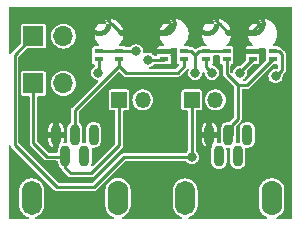
<source format=gbr>
%TF.GenerationSoftware,KiCad,Pcbnew,8.0.1*%
%TF.CreationDate,2024-04-23T13:44:49-04:00*%
%TF.ProjectId,HearingProbeBoard,48656172-696e-4675-9072-6f6265426f61,rev?*%
%TF.SameCoordinates,Original*%
%TF.FileFunction,Copper,L2,Bot*%
%TF.FilePolarity,Positive*%
%FSLAX46Y46*%
G04 Gerber Fmt 4.6, Leading zero omitted, Abs format (unit mm)*
G04 Created by KiCad (PCBNEW 8.0.1) date 2024-04-23 13:44:49*
%MOMM*%
%LPD*%
G01*
G04 APERTURE LIST*
G04 Aperture macros list*
%AMFreePoly0*
4,1,59,-0.604057,1.010209,-0.410836,0.951596,-0.232763,0.856414,-0.076680,0.728320,0.051414,0.572237,0.146596,0.394164,0.205209,0.200943,0.225000,0.000000,0.205209,-0.200943,0.146596,-0.394164,0.051414,-0.572237,-0.076680,-0.728320,-0.232763,-0.856414,-0.410836,-0.951596,-0.604057,-1.010209,-0.805000,-1.030000,-1.005943,-1.010209,-1.199164,-0.951596,-1.377237,-0.856414,-1.533320,-0.728320,
-1.661414,-0.572237,-1.756596,-0.394164,-1.815209,-0.200943,-1.835000,0.000000,-1.390005,0.000000,-1.370071,-0.151410,-1.311629,-0.292503,-1.218661,-0.413661,-1.097503,-0.506629,-0.956410,-0.565071,-0.805000,-0.585005,-0.653590,-0.565071,-0.512497,-0.506629,-0.391339,-0.413661,-0.298371,-0.292503,-0.239929,-0.151410,-0.219995,0.000000,-0.239929,0.151410,-0.298371,0.292502,-0.391339,0.413661,
-0.512497,0.506629,-0.653590,0.565071,-0.805000,0.585005,-0.956410,0.565071,-1.097502,0.506629,-1.218661,0.413661,-1.311629,0.292502,-1.370071,0.151410,-1.390005,0.000000,-1.835000,0.000000,-1.815209,0.200943,-1.756596,0.394164,-1.661414,0.572237,-1.533320,0.728320,-1.377237,0.856414,-1.199164,0.951596,-1.005943,1.010209,-0.805000,1.030000,-0.604057,1.010209,-0.604057,1.010209,
$1*%
G04 Aperture macros list end*
%TA.AperFunction,EtchedComponent*%
%ADD10C,0.500000*%
%TD*%
%TA.AperFunction,ComponentPad*%
%ADD11R,1.700000X1.700000*%
%TD*%
%TA.AperFunction,ComponentPad*%
%ADD12O,1.700000X1.700000*%
%TD*%
%TA.AperFunction,ComponentPad*%
%ADD13R,1.350000X1.350000*%
%TD*%
%TA.AperFunction,ComponentPad*%
%ADD14O,1.350000X1.350000*%
%TD*%
%TA.AperFunction,SMDPad,CuDef*%
%ADD15R,0.750000X0.450000*%
%TD*%
%TA.AperFunction,SMDPad,CuDef*%
%ADD16FreePoly0,90.000000*%
%TD*%
%TA.AperFunction,ComponentPad*%
%ADD17O,0.900000X1.800000*%
%TD*%
%TA.AperFunction,ComponentPad*%
%ADD18O,1.700000X2.900000*%
%TD*%
%TA.AperFunction,ComponentPad*%
%ADD19O,1.750000X2.950000*%
%TD*%
%TA.AperFunction,ViaPad*%
%ADD20C,0.800000*%
%TD*%
%TA.AperFunction,Conductor*%
%ADD21C,0.250000*%
%TD*%
%TA.AperFunction,Conductor*%
%ADD22C,0.500000*%
%TD*%
G04 APERTURE END LIST*
D10*
%TO.C,J2*%
X133850000Y-111800000D02*
X133850000Y-110600000D01*
X135050000Y-110600000D02*
X135050000Y-111800000D01*
X141175736Y-111824264D02*
X141175736Y-110624264D01*
X142375736Y-110624264D02*
X142375736Y-111824264D01*
X133850000Y-110600000D02*
G75*
G02*
X134450000Y-110000000I600000J0D01*
G01*
X134450000Y-110000000D02*
G75*
G02*
X135050000Y-110600000I0J-600000D01*
G01*
X134450000Y-112400000D02*
G75*
G02*
X133850000Y-111800000I0J600000D01*
G01*
X135050000Y-111800000D02*
G75*
G02*
X134450000Y-112400000I-600004J4D01*
G01*
X141175736Y-110624264D02*
G75*
G02*
X141775736Y-110024264I600000J0D01*
G01*
X141775736Y-110024264D02*
G75*
G02*
X142375736Y-110624264I0J-600000D01*
G01*
X141775736Y-112424264D02*
G75*
G02*
X141175736Y-111824264I0J600000D01*
G01*
X142375736Y-111824264D02*
G75*
G02*
X141775736Y-112424264I-600004J4D01*
G01*
%TO.C,J1*%
X120850000Y-111800000D02*
X120850000Y-110600000D01*
X122050000Y-110600000D02*
X122050000Y-111800000D01*
X128175736Y-111824264D02*
X128175736Y-110624264D01*
X129375736Y-110624264D02*
X129375736Y-111824264D01*
X120850000Y-110600000D02*
G75*
G02*
X121450000Y-110000000I600000J0D01*
G01*
X121450000Y-110000000D02*
G75*
G02*
X122050000Y-110600000I0J-600000D01*
G01*
X121450000Y-112400000D02*
G75*
G02*
X120850000Y-111800000I0J600000D01*
G01*
X122050000Y-111800000D02*
G75*
G02*
X121450000Y-112400000I-600004J4D01*
G01*
X128175736Y-110624264D02*
G75*
G02*
X128775736Y-110024264I600000J0D01*
G01*
X128775736Y-110024264D02*
G75*
G02*
X129375736Y-110624264I0J-600000D01*
G01*
X128775736Y-112424264D02*
G75*
G02*
X128175736Y-111824264I0J600000D01*
G01*
X129375736Y-111824264D02*
G75*
G02*
X128775736Y-112424264I-600004J4D01*
G01*
%TD*%
D11*
%TO.P,J3,1,Pin_1*%
%TO.N,/SPK1+*%
X121600000Y-101500000D03*
D12*
%TO.P,J3,2,Pin_2*%
%TO.N,/SPK1-*%
X124140000Y-101500000D03*
%TD*%
D13*
%TO.P,J6,1,Pin_1*%
%TO.N,/SPK2+*%
X135000000Y-102900000D03*
D14*
%TO.P,J6,2,Pin_2*%
%TO.N,/SPK2-*%
X137000000Y-102900000D03*
%TD*%
D13*
%TO.P,J5,1,Pin_1*%
%TO.N,/SPK1+*%
X128850000Y-102900000D03*
D14*
%TO.P,J5,2,Pin_2*%
%TO.N,/SPK1-*%
X130850000Y-102900000D03*
%TD*%
D11*
%TO.P,J4,1,Pin_1*%
%TO.N,/SPK2+*%
X121600000Y-97500000D03*
D12*
%TO.P,J4,2,Pin_2*%
%TO.N,/SPK2-*%
X124140000Y-97500000D03*
%TD*%
D15*
%TO.P,MIC3,1,DATA*%
%TO.N,/DAT_2*%
X137950000Y-99480000D03*
%TO.P,MIC3,2,VDD*%
%TO.N,VDD*%
X137950000Y-98780000D03*
%TO.P,MIC3,3,CLK*%
%TO.N,/CLK_2*%
X136250000Y-99480000D03*
%TO.P,MIC3,4,SELECT*%
%TO.N,VDD*%
X136250000Y-98780000D03*
D16*
%TO.P,MIC3,5,GND*%
%TO.N,GND*%
X137100000Y-96495000D03*
%TD*%
D15*
%TO.P,MIC1,1,DATA*%
%TO.N,/DAT_1*%
X128850000Y-99480000D03*
%TO.P,MIC1,2,VDD*%
%TO.N,VDD*%
X128850000Y-98780000D03*
%TO.P,MIC1,3,CLK*%
%TO.N,/CLK_1*%
X127150000Y-99480000D03*
%TO.P,MIC1,4,SELECT*%
%TO.N,VDD*%
X127150000Y-98780000D03*
D16*
%TO.P,MIC1,5,GND*%
%TO.N,GND*%
X128000000Y-96495000D03*
%TD*%
D15*
%TO.P,MIC2,1,DATA*%
%TO.N,/DAT_1*%
X134350000Y-99480000D03*
%TO.P,MIC2,2,VDD*%
%TO.N,VDD*%
X134350000Y-98780000D03*
%TO.P,MIC2,3,CLK*%
%TO.N,/CLK_1*%
X132650000Y-99480000D03*
%TO.P,MIC2,4,SELECT*%
%TO.N,GND*%
X132650000Y-98780000D03*
D16*
%TO.P,MIC2,5,GND*%
X133500000Y-96495000D03*
%TD*%
D17*
%TO.P,J2,1,VBUS*%
%TO.N,VDD*%
X139700000Y-105850000D03*
%TO.P,J2,2,D-*%
%TO.N,/CLK_2*%
X138900000Y-107650000D03*
%TO.P,J2,3,D+*%
%TO.N,/DAT_2*%
X138100000Y-105850000D03*
%TO.P,J2,4,ID*%
%TO.N,/SPK2+*%
X137300000Y-107650000D03*
%TO.P,J2,5,GND*%
%TO.N,GND*%
X136500000Y-105850000D03*
D18*
%TO.P,J2,6,Shield*%
%TO.N,/SPK2-*%
X134450000Y-111200000D03*
D19*
X141775000Y-111225000D03*
%TD*%
D17*
%TO.P,J1,1,VBUS*%
%TO.N,VDD*%
X126700000Y-105850000D03*
%TO.P,J1,2,D-*%
%TO.N,/CLK_1*%
X125900000Y-107650000D03*
%TO.P,J1,3,D+*%
%TO.N,/DAT_1*%
X125100000Y-105850000D03*
%TO.P,J1,4,ID*%
%TO.N,/SPK1+*%
X124300000Y-107650000D03*
%TO.P,J1,5,GND*%
%TO.N,GND*%
X123500000Y-105850000D03*
D18*
%TO.P,J1,6,Shield*%
%TO.N,/SPK1-*%
X121450000Y-111200000D03*
D19*
X128750000Y-111200000D03*
%TD*%
D15*
%TO.P,MIC4,1,DATA*%
%TO.N,/DAT_2*%
X141850000Y-99480000D03*
%TO.P,MIC4,2,VDD*%
%TO.N,VDD*%
X141850000Y-98780000D03*
%TO.P,MIC4,3,CLK*%
%TO.N,/CLK_2*%
X140150000Y-99480000D03*
%TO.P,MIC4,4,SELECT*%
%TO.N,GND*%
X140150000Y-98780000D03*
D16*
%TO.P,MIC4,5,GND*%
X141000000Y-96495000D03*
%TD*%
D20*
%TO.N,VDD*%
X135300000Y-100600000D03*
X130300000Y-98800000D03*
X142100000Y-100900000D03*
%TO.N,/CLK_1*%
X127100000Y-100600000D03*
X131300000Y-99500000D03*
%TO.N,/CLK_2*%
X139100000Y-100600000D03*
X136700000Y-100600000D03*
%TO.N,/SPK2+*%
X135000000Y-107750000D03*
%TD*%
D21*
%TO.N,VDD*%
X135300000Y-99105000D02*
X135300000Y-100600000D01*
X136250000Y-98780000D02*
X135625000Y-98780000D01*
X142100000Y-100900000D02*
X142650000Y-100350000D01*
X134975000Y-98780000D02*
X135300000Y-99105000D01*
X127150000Y-98780000D02*
X128850000Y-98780000D01*
X134350000Y-98780000D02*
X134975000Y-98780000D01*
X130280000Y-98780000D02*
X128850000Y-98780000D01*
X137950000Y-98780000D02*
X136250000Y-98780000D01*
X130300000Y-98800000D02*
X130280000Y-98780000D01*
X142650000Y-99030000D02*
X142400000Y-98780000D01*
X135625000Y-98780000D02*
X135300000Y-99105000D01*
X142400000Y-98780000D02*
X141850000Y-98780000D01*
X142650000Y-100350000D02*
X142650000Y-99030000D01*
%TO.N,/CLK_1*%
X132630000Y-99500000D02*
X132650000Y-99480000D01*
X127150000Y-99480000D02*
X127150000Y-100550000D01*
X131300000Y-99500000D02*
X132630000Y-99500000D01*
X127150000Y-100550000D02*
X127100000Y-100600000D01*
%TO.N,/DAT_1*%
X128850000Y-100000000D02*
X128850000Y-99480000D01*
X129400000Y-100600000D02*
X133800000Y-100600000D01*
X134350000Y-100050000D02*
X134350000Y-99480000D01*
X128850000Y-99480000D02*
X128850000Y-100050000D01*
X133800000Y-100600000D02*
X134350000Y-100050000D01*
X125100000Y-103750000D02*
X128850000Y-100000000D01*
X128850000Y-100050000D02*
X129400000Y-100600000D01*
X125100000Y-106150000D02*
X125100000Y-103750000D01*
%TO.N,/SPK1+*%
X121600000Y-106550000D02*
X121600000Y-101500000D01*
X124300000Y-107350000D02*
X123950000Y-107700000D01*
X124300000Y-107350000D02*
X124300000Y-108650000D01*
X123950000Y-107700000D02*
X122750000Y-107700000D01*
X122750000Y-107700000D02*
X121600000Y-106550000D01*
X124300000Y-108650000D02*
X124750000Y-109100000D01*
X126500000Y-109100000D02*
X128850000Y-106750000D01*
X124750000Y-109100000D02*
X126500000Y-109100000D01*
X128850000Y-106750000D02*
X128850000Y-102900000D01*
%TO.N,/SPK1-*%
X121450000Y-110622502D02*
X121430036Y-110602538D01*
X121450000Y-111200000D02*
X121450000Y-110622502D01*
%TO.N,GND*%
X140003984Y-97200000D02*
X140708984Y-96495000D01*
D22*
X128996016Y-97200000D02*
X132503984Y-97200000D01*
D21*
X133208984Y-96495000D02*
X133500000Y-96495000D01*
X137391016Y-96495000D02*
X138096016Y-97200000D01*
X137100000Y-96495000D02*
X137391016Y-96495000D01*
X128291016Y-96495000D02*
X128996016Y-97200000D01*
D22*
X138096016Y-97200000D02*
X140003984Y-97200000D01*
D21*
X128000000Y-96495000D02*
X128291016Y-96495000D01*
X140708984Y-96495000D02*
X141000000Y-96495000D01*
X132503984Y-97200000D02*
X133208984Y-96495000D01*
%TO.N,/CLK_2*%
X139100000Y-100600000D02*
X139100000Y-100530000D01*
X139100000Y-100530000D02*
X140150000Y-99480000D01*
X136250000Y-100150000D02*
X136250000Y-99480000D01*
X136700000Y-100600000D02*
X136250000Y-100150000D01*
%TO.N,/DAT_2*%
X138400000Y-105000000D02*
X138900000Y-104500000D01*
X137950000Y-100700000D02*
X137950000Y-99480000D01*
X138400000Y-105850000D02*
X138400000Y-105000000D01*
X138900000Y-104500000D02*
X138900000Y-101650000D01*
X139680000Y-101650000D02*
X138900000Y-101650000D01*
X138900000Y-101650000D02*
X137950000Y-100700000D01*
X138100000Y-106150000D02*
X138400000Y-105850000D01*
X141850000Y-99480000D02*
X139680000Y-101650000D01*
%TO.N,/SPK2+*%
X126700000Y-110300000D02*
X123600000Y-110300000D01*
X123600000Y-110300000D02*
X120000000Y-106700000D01*
X135000000Y-102900000D02*
X135000000Y-107750000D01*
X120000000Y-99100000D02*
X121600000Y-97500000D01*
X135000000Y-107750000D02*
X129250000Y-107750000D01*
X120000000Y-106700000D02*
X120000000Y-99100000D01*
X129250000Y-107750000D02*
X126700000Y-110300000D01*
%TD*%
%TA.AperFunction,Conductor*%
%TO.N,GND*%
G36*
X143459191Y-95018907D02*
G01*
X143495155Y-95068407D01*
X143500000Y-95099000D01*
X143500000Y-112901000D01*
X143481093Y-112959191D01*
X143431593Y-112995155D01*
X143401000Y-113000000D01*
X142250289Y-113000000D01*
X142192098Y-112981093D01*
X142156134Y-112931593D01*
X142156134Y-112870407D01*
X142192098Y-112820907D01*
X142205335Y-112812794D01*
X142338685Y-112744850D01*
X142475641Y-112645346D01*
X142595346Y-112525641D01*
X142694850Y-112388685D01*
X142771705Y-112237849D01*
X142824018Y-112076847D01*
X142824019Y-112076842D01*
X142850500Y-111909647D01*
X142850500Y-110540352D01*
X142824019Y-110373157D01*
X142807834Y-110323343D01*
X142771705Y-110212151D01*
X142694850Y-110061315D01*
X142595346Y-109924359D01*
X142475641Y-109804654D01*
X142338685Y-109705150D01*
X142338684Y-109705149D01*
X142338682Y-109705148D01*
X142235489Y-109652569D01*
X142187849Y-109628295D01*
X142187846Y-109628294D01*
X142187844Y-109628293D01*
X142026842Y-109575980D01*
X141859647Y-109549500D01*
X141859644Y-109549500D01*
X141690356Y-109549500D01*
X141690353Y-109549500D01*
X141523157Y-109575980D01*
X141362155Y-109628293D01*
X141211317Y-109705148D01*
X141142837Y-109754902D01*
X141074359Y-109804654D01*
X140954654Y-109924359D01*
X140925715Y-109964190D01*
X140855148Y-110061317D01*
X140778293Y-110212155D01*
X140725980Y-110373157D01*
X140699500Y-110540352D01*
X140699500Y-111909647D01*
X140725980Y-112076842D01*
X140760428Y-112182859D01*
X140778295Y-112237849D01*
X140808738Y-112297596D01*
X140839434Y-112357842D01*
X140855150Y-112388685D01*
X140954654Y-112525641D01*
X141074359Y-112645346D01*
X141211315Y-112744850D01*
X141344657Y-112812791D01*
X141387920Y-112856055D01*
X141397492Y-112916487D01*
X141369715Y-112971003D01*
X141315198Y-112998781D01*
X141299711Y-113000000D01*
X134795739Y-113000000D01*
X134737548Y-112981093D01*
X134701584Y-112931593D01*
X134701584Y-112870407D01*
X134737548Y-112820907D01*
X134757849Y-112809537D01*
X134828861Y-112780122D01*
X134832853Y-112778570D01*
X134895656Y-112755713D01*
X134910010Y-112747424D01*
X134921609Y-112741705D01*
X134947598Y-112730941D01*
X135002339Y-112694363D01*
X135007823Y-112690952D01*
X135054844Y-112663806D01*
X135077175Y-112645068D01*
X135085795Y-112638600D01*
X135119655Y-112615977D01*
X135157342Y-112578288D01*
X135163686Y-112572475D01*
X135195653Y-112545653D01*
X135222475Y-112513686D01*
X135228293Y-112507338D01*
X135265977Y-112469655D01*
X135288600Y-112435795D01*
X135295071Y-112427171D01*
X135295817Y-112426281D01*
X135313806Y-112404844D01*
X135340952Y-112357823D01*
X135344365Y-112352337D01*
X135380935Y-112297607D01*
X135380935Y-112297606D01*
X135380941Y-112297598D01*
X135391705Y-112271609D01*
X135397430Y-112260001D01*
X135405713Y-112245656D01*
X135428570Y-112182853D01*
X135430122Y-112178861D01*
X135460130Y-112106420D01*
X135463156Y-112091202D01*
X135467231Y-112076635D01*
X135468581Y-112072928D01*
X135482363Y-111994757D01*
X135482754Y-111992675D01*
X135482757Y-111992660D01*
X135500500Y-111903465D01*
X135500500Y-110496535D01*
X135482752Y-110407315D01*
X135482356Y-110405198D01*
X135468581Y-110327072D01*
X135467227Y-110323353D01*
X135463157Y-110308802D01*
X135460130Y-110293582D01*
X135460130Y-110293580D01*
X135430125Y-110221144D01*
X135428569Y-110217143D01*
X135405713Y-110154344D01*
X135405710Y-110154339D01*
X135405708Y-110154334D01*
X135397430Y-110139997D01*
X135391703Y-110128385D01*
X135380941Y-110102402D01*
X135344364Y-110047660D01*
X135340944Y-110042161D01*
X135313806Y-109995156D01*
X135313805Y-109995155D01*
X135295065Y-109972821D01*
X135288603Y-109964208D01*
X135265977Y-109930345D01*
X135228292Y-109892660D01*
X135222469Y-109886305D01*
X135195653Y-109854347D01*
X135163706Y-109827540D01*
X135157338Y-109821706D01*
X135119656Y-109784024D01*
X135085803Y-109761404D01*
X135085799Y-109761401D01*
X135077171Y-109754928D01*
X135054846Y-109736196D01*
X135054845Y-109736195D01*
X135054844Y-109736194D01*
X135007847Y-109709060D01*
X135002348Y-109705640D01*
X134947599Y-109669059D01*
X134947596Y-109669057D01*
X134921612Y-109658294D01*
X134910001Y-109652569D01*
X134895656Y-109644287D01*
X134895654Y-109644286D01*
X134832859Y-109621430D01*
X134828834Y-109619865D01*
X134756423Y-109589871D01*
X134756421Y-109589870D01*
X134756420Y-109589870D01*
X134756417Y-109589869D01*
X134756412Y-109589868D01*
X134741191Y-109586840D01*
X134726655Y-109582775D01*
X134722936Y-109581422D01*
X134722938Y-109581422D01*
X134722928Y-109581419D01*
X134722925Y-109581418D01*
X134722924Y-109581418D01*
X134644781Y-109567639D01*
X134642660Y-109567241D01*
X134553469Y-109549500D01*
X134553465Y-109549500D01*
X134346535Y-109549500D01*
X134346530Y-109549500D01*
X134257354Y-109567238D01*
X134255234Y-109567636D01*
X134212813Y-109575116D01*
X134177072Y-109581419D01*
X134177069Y-109581420D01*
X134177068Y-109581420D01*
X134173343Y-109582776D01*
X134158808Y-109586840D01*
X134143586Y-109589868D01*
X134143582Y-109589869D01*
X134143580Y-109589870D01*
X134074995Y-109618278D01*
X134071144Y-109619874D01*
X134067120Y-109621438D01*
X134004341Y-109644288D01*
X133989992Y-109652572D01*
X133978385Y-109658296D01*
X133952400Y-109669060D01*
X133897663Y-109705633D01*
X133892166Y-109709051D01*
X133858682Y-109728384D01*
X133845156Y-109736194D01*
X133845155Y-109736195D01*
X133822823Y-109754932D01*
X133814195Y-109761404D01*
X133780344Y-109784023D01*
X133742663Y-109821703D01*
X133736299Y-109827535D01*
X133704350Y-109854344D01*
X133704344Y-109854350D01*
X133677535Y-109886299D01*
X133671703Y-109892663D01*
X133634023Y-109930344D01*
X133611404Y-109964195D01*
X133604932Y-109972823D01*
X133586195Y-109995155D01*
X133559051Y-110042166D01*
X133555633Y-110047663D01*
X133519060Y-110102400D01*
X133508296Y-110128385D01*
X133502572Y-110139992D01*
X133494288Y-110154341D01*
X133471438Y-110217120D01*
X133469874Y-110221144D01*
X133439868Y-110293586D01*
X133436840Y-110308808D01*
X133432776Y-110323343D01*
X133431420Y-110327071D01*
X133417636Y-110405234D01*
X133417238Y-110407354D01*
X133399500Y-110496530D01*
X133399500Y-111903469D01*
X133417241Y-111992660D01*
X133417639Y-111994781D01*
X133431418Y-112072924D01*
X133431422Y-112072936D01*
X133432775Y-112076655D01*
X133436840Y-112091191D01*
X133439868Y-112106412D01*
X133439871Y-112106423D01*
X133469865Y-112178834D01*
X133471430Y-112182859D01*
X133494286Y-112245654D01*
X133494287Y-112245656D01*
X133502569Y-112260001D01*
X133508294Y-112271612D01*
X133519057Y-112297596D01*
X133519059Y-112297599D01*
X133555640Y-112352348D01*
X133559060Y-112357847D01*
X133586193Y-112404842D01*
X133586196Y-112404846D01*
X133604928Y-112427171D01*
X133611401Y-112435799D01*
X133634022Y-112469654D01*
X133634024Y-112469656D01*
X133671706Y-112507338D01*
X133677540Y-112513706D01*
X133687555Y-112525642D01*
X133704347Y-112545653D01*
X133736297Y-112572462D01*
X133742660Y-112578292D01*
X133780345Y-112615977D01*
X133814208Y-112638603D01*
X133822821Y-112645065D01*
X133823156Y-112645346D01*
X133845156Y-112663806D01*
X133892161Y-112690944D01*
X133897660Y-112694364D01*
X133952402Y-112730941D01*
X133978388Y-112741704D01*
X133989997Y-112747430D01*
X134004334Y-112755708D01*
X134004339Y-112755710D01*
X134004344Y-112755713D01*
X134067143Y-112778569D01*
X134071146Y-112780125D01*
X134142147Y-112809536D01*
X134188673Y-112849273D01*
X134202956Y-112908768D01*
X134179541Y-112965296D01*
X134127371Y-112997265D01*
X134104261Y-113000000D01*
X129178508Y-113000000D01*
X129120317Y-112981093D01*
X129084353Y-112931593D01*
X129084353Y-112870407D01*
X129120317Y-112820907D01*
X129144642Y-112807973D01*
X129183090Y-112793975D01*
X129221429Y-112780019D01*
X129380616Y-112688100D01*
X129521423Y-112569934D01*
X129639572Y-112429113D01*
X129731473Y-112269914D01*
X129794332Y-112097176D01*
X129826242Y-111916147D01*
X129826236Y-111824237D01*
X129826236Y-110690164D01*
X129826238Y-110690119D01*
X129826237Y-110683550D01*
X129826239Y-110683546D01*
X129826236Y-110624237D01*
X129826236Y-110564955D01*
X129826236Y-110557581D01*
X129826231Y-110557533D01*
X129826231Y-110532334D01*
X129826230Y-110532332D01*
X129825877Y-110528293D01*
X129825500Y-110519659D01*
X129825500Y-110515352D01*
X129799019Y-110348157D01*
X129790957Y-110323343D01*
X129746705Y-110187151D01*
X129669850Y-110036315D01*
X129570346Y-109899359D01*
X129450641Y-109779654D01*
X129313685Y-109680150D01*
X129313684Y-109680149D01*
X129313682Y-109680148D01*
X129211910Y-109628293D01*
X129162849Y-109603295D01*
X129162846Y-109603294D01*
X129162844Y-109603293D01*
X129001842Y-109550980D01*
X128834647Y-109524500D01*
X128834644Y-109524500D01*
X128665356Y-109524500D01*
X128665353Y-109524500D01*
X128498157Y-109550980D01*
X128337155Y-109603293D01*
X128186317Y-109680148D01*
X128117837Y-109729902D01*
X128049359Y-109779654D01*
X127929654Y-109899359D01*
X127896128Y-109945504D01*
X127830148Y-110036317D01*
X127753293Y-110187155D01*
X127700980Y-110348157D01*
X127674500Y-110515352D01*
X127674500Y-111884647D01*
X127700980Y-112051842D01*
X127743551Y-112182859D01*
X127753295Y-112212849D01*
X127794594Y-112293903D01*
X127827172Y-112357842D01*
X127830150Y-112363685D01*
X127929654Y-112500641D01*
X128049359Y-112620346D01*
X128186315Y-112719850D01*
X128337151Y-112796705D01*
X128368359Y-112806845D01*
X128417859Y-112842809D01*
X128436766Y-112901000D01*
X128417859Y-112959191D01*
X128368359Y-112995155D01*
X128337766Y-113000000D01*
X121795739Y-113000000D01*
X121737548Y-112981093D01*
X121701584Y-112931593D01*
X121701584Y-112870407D01*
X121737548Y-112820907D01*
X121757849Y-112809537D01*
X121828861Y-112780122D01*
X121832853Y-112778570D01*
X121895656Y-112755713D01*
X121910010Y-112747424D01*
X121921609Y-112741705D01*
X121947598Y-112730941D01*
X122002339Y-112694363D01*
X122007823Y-112690952D01*
X122054844Y-112663806D01*
X122077175Y-112645068D01*
X122085795Y-112638600D01*
X122119655Y-112615977D01*
X122157342Y-112578288D01*
X122163686Y-112572475D01*
X122195653Y-112545653D01*
X122222475Y-112513686D01*
X122228293Y-112507338D01*
X122265977Y-112469655D01*
X122288600Y-112435795D01*
X122295071Y-112427171D01*
X122295817Y-112426281D01*
X122313806Y-112404844D01*
X122340952Y-112357823D01*
X122344365Y-112352337D01*
X122380935Y-112297607D01*
X122380935Y-112297606D01*
X122380941Y-112297598D01*
X122391705Y-112271609D01*
X122397430Y-112260001D01*
X122405713Y-112245656D01*
X122428570Y-112182853D01*
X122430122Y-112178861D01*
X122460130Y-112106420D01*
X122463156Y-112091202D01*
X122467231Y-112076635D01*
X122468581Y-112072928D01*
X122482363Y-111994757D01*
X122482754Y-111992675D01*
X122482757Y-111992660D01*
X122500500Y-111903465D01*
X122500500Y-110496535D01*
X122482752Y-110407315D01*
X122482356Y-110405198D01*
X122468581Y-110327072D01*
X122467227Y-110323353D01*
X122463157Y-110308802D01*
X122460130Y-110293582D01*
X122460130Y-110293580D01*
X122430125Y-110221144D01*
X122428569Y-110217143D01*
X122405713Y-110154344D01*
X122405710Y-110154339D01*
X122405708Y-110154334D01*
X122397430Y-110139997D01*
X122391703Y-110128385D01*
X122380941Y-110102402D01*
X122344364Y-110047660D01*
X122340944Y-110042161D01*
X122313806Y-109995156D01*
X122313805Y-109995155D01*
X122295065Y-109972821D01*
X122288603Y-109964208D01*
X122265977Y-109930345D01*
X122228292Y-109892660D01*
X122222469Y-109886305D01*
X122195653Y-109854347D01*
X122163706Y-109827540D01*
X122157338Y-109821706D01*
X122119656Y-109784024D01*
X122085803Y-109761404D01*
X122085799Y-109761401D01*
X122077171Y-109754928D01*
X122054846Y-109736196D01*
X122054845Y-109736195D01*
X122054844Y-109736194D01*
X122007847Y-109709060D01*
X122002348Y-109705640D01*
X121947599Y-109669059D01*
X121947596Y-109669057D01*
X121921612Y-109658294D01*
X121910001Y-109652569D01*
X121895656Y-109644287D01*
X121895654Y-109644286D01*
X121832859Y-109621430D01*
X121828834Y-109619865D01*
X121756423Y-109589871D01*
X121756421Y-109589870D01*
X121756420Y-109589870D01*
X121756417Y-109589869D01*
X121756412Y-109589868D01*
X121741191Y-109586840D01*
X121726655Y-109582775D01*
X121722936Y-109581422D01*
X121722938Y-109581422D01*
X121722928Y-109581419D01*
X121722925Y-109581418D01*
X121722924Y-109581418D01*
X121644781Y-109567639D01*
X121642660Y-109567241D01*
X121553469Y-109549500D01*
X121553465Y-109549500D01*
X121346535Y-109549500D01*
X121346530Y-109549500D01*
X121257354Y-109567238D01*
X121255234Y-109567636D01*
X121212813Y-109575116D01*
X121177072Y-109581419D01*
X121177069Y-109581420D01*
X121177068Y-109581420D01*
X121173343Y-109582776D01*
X121158808Y-109586840D01*
X121143586Y-109589868D01*
X121143582Y-109589869D01*
X121143580Y-109589870D01*
X121074995Y-109618278D01*
X121071144Y-109619874D01*
X121067120Y-109621438D01*
X121004341Y-109644288D01*
X120989992Y-109652572D01*
X120978385Y-109658296D01*
X120952400Y-109669060D01*
X120897663Y-109705633D01*
X120892166Y-109709051D01*
X120858682Y-109728384D01*
X120845156Y-109736194D01*
X120845155Y-109736195D01*
X120822823Y-109754932D01*
X120814195Y-109761404D01*
X120780344Y-109784023D01*
X120742663Y-109821703D01*
X120736299Y-109827535D01*
X120704350Y-109854344D01*
X120704344Y-109854350D01*
X120677535Y-109886299D01*
X120671703Y-109892663D01*
X120634023Y-109930344D01*
X120611404Y-109964195D01*
X120604932Y-109972823D01*
X120586195Y-109995155D01*
X120559051Y-110042166D01*
X120555633Y-110047663D01*
X120519060Y-110102400D01*
X120508296Y-110128385D01*
X120502572Y-110139992D01*
X120494288Y-110154341D01*
X120471438Y-110217120D01*
X120469874Y-110221144D01*
X120439868Y-110293586D01*
X120436840Y-110308808D01*
X120432776Y-110323343D01*
X120431420Y-110327071D01*
X120417636Y-110405234D01*
X120417238Y-110407354D01*
X120399500Y-110496530D01*
X120399500Y-111903469D01*
X120417241Y-111992660D01*
X120417639Y-111994781D01*
X120431418Y-112072924D01*
X120431422Y-112072936D01*
X120432775Y-112076655D01*
X120436840Y-112091191D01*
X120439868Y-112106412D01*
X120439871Y-112106423D01*
X120469865Y-112178834D01*
X120471430Y-112182859D01*
X120494286Y-112245654D01*
X120494287Y-112245656D01*
X120502569Y-112260001D01*
X120508294Y-112271612D01*
X120519057Y-112297596D01*
X120519059Y-112297599D01*
X120555640Y-112352348D01*
X120559060Y-112357847D01*
X120586193Y-112404842D01*
X120586196Y-112404846D01*
X120604928Y-112427171D01*
X120611401Y-112435799D01*
X120634022Y-112469654D01*
X120634024Y-112469656D01*
X120671706Y-112507338D01*
X120677540Y-112513706D01*
X120687555Y-112525642D01*
X120704347Y-112545653D01*
X120736297Y-112572462D01*
X120742660Y-112578292D01*
X120780345Y-112615977D01*
X120814208Y-112638603D01*
X120822821Y-112645065D01*
X120823156Y-112645346D01*
X120845156Y-112663806D01*
X120892161Y-112690944D01*
X120897660Y-112694364D01*
X120952402Y-112730941D01*
X120978388Y-112741704D01*
X120989997Y-112747430D01*
X121004334Y-112755708D01*
X121004339Y-112755710D01*
X121004344Y-112755713D01*
X121067143Y-112778569D01*
X121071146Y-112780125D01*
X121142147Y-112809536D01*
X121188673Y-112849273D01*
X121202956Y-112908768D01*
X121179541Y-112965296D01*
X121127371Y-112997265D01*
X121104261Y-113000000D01*
X119599000Y-113000000D01*
X119540809Y-112981093D01*
X119504845Y-112931593D01*
X119500000Y-112901000D01*
X119500000Y-106843590D01*
X119518907Y-106785399D01*
X119568407Y-106749435D01*
X119629593Y-106749435D01*
X119679093Y-106785399D01*
X119694626Y-106817966D01*
X119696682Y-106825639D01*
X119696683Y-106825642D01*
X119739531Y-106899857D01*
X119739533Y-106899859D01*
X119739535Y-106899862D01*
X123339533Y-110499859D01*
X123339535Y-110499862D01*
X123400138Y-110560465D01*
X123407915Y-110564955D01*
X123433363Y-110579648D01*
X123433368Y-110579650D01*
X123474357Y-110603316D01*
X123474358Y-110603316D01*
X123474361Y-110603318D01*
X123557147Y-110625500D01*
X123557149Y-110625500D01*
X126742851Y-110625500D01*
X126742853Y-110625500D01*
X126825639Y-110603318D01*
X126825641Y-110603316D01*
X126825643Y-110603316D01*
X126899857Y-110560468D01*
X126899857Y-110560467D01*
X126899862Y-110560465D01*
X129355830Y-108104495D01*
X129410347Y-108076719D01*
X129425834Y-108075500D01*
X134444030Y-108075500D01*
X134502221Y-108094407D01*
X134522572Y-108114233D01*
X134560810Y-108164067D01*
X134571718Y-108178282D01*
X134697159Y-108274536D01*
X134697160Y-108274536D01*
X134697161Y-108274537D01*
X134843233Y-108335042D01*
X134843238Y-108335044D01*
X134960809Y-108350522D01*
X134999999Y-108355682D01*
X135000000Y-108355682D01*
X135000001Y-108355682D01*
X135031352Y-108351554D01*
X135156762Y-108335044D01*
X135302841Y-108274536D01*
X135428282Y-108178282D01*
X135524536Y-108052841D01*
X135585044Y-107906762D01*
X135605682Y-107750000D01*
X135585044Y-107593238D01*
X135524537Y-107447161D01*
X135524537Y-107447160D01*
X135454275Y-107355593D01*
X135428282Y-107321718D01*
X135364232Y-107272570D01*
X135329577Y-107222145D01*
X135325500Y-107194028D01*
X135325500Y-105599999D01*
X135850000Y-105599999D01*
X135850001Y-105600000D01*
X136249999Y-105600000D01*
X136250000Y-105599999D01*
X136250000Y-104799998D01*
X136750000Y-104799998D01*
X136750000Y-105599999D01*
X136750001Y-105600000D01*
X137149999Y-105600000D01*
X137150000Y-105599999D01*
X137150000Y-105335982D01*
X137149999Y-105335978D01*
X137125021Y-105210404D01*
X137125019Y-105210398D01*
X137076022Y-105092110D01*
X137004890Y-104985652D01*
X136914347Y-104895109D01*
X136807895Y-104823981D01*
X136807890Y-104823978D01*
X136750000Y-104799998D01*
X136250000Y-104799998D01*
X136249999Y-104799998D01*
X136192109Y-104823978D01*
X136192104Y-104823981D01*
X136085652Y-104895109D01*
X135995109Y-104985652D01*
X135923977Y-105092110D01*
X135874980Y-105210398D01*
X135874978Y-105210404D01*
X135850000Y-105335978D01*
X135850000Y-105599999D01*
X135325500Y-105599999D01*
X135325500Y-103874500D01*
X135344407Y-103816309D01*
X135393907Y-103780345D01*
X135424500Y-103775500D01*
X135694747Y-103775500D01*
X135694748Y-103775500D01*
X135753231Y-103763867D01*
X135819552Y-103719552D01*
X135863867Y-103653231D01*
X135875500Y-103594748D01*
X135875500Y-102900000D01*
X136119678Y-102900000D01*
X136138916Y-103083034D01*
X136195784Y-103258054D01*
X136195790Y-103258068D01*
X136268893Y-103384684D01*
X136287805Y-103417440D01*
X136410950Y-103554207D01*
X136559839Y-103662381D01*
X136559843Y-103662383D01*
X136559845Y-103662384D01*
X136615485Y-103687156D01*
X136727966Y-103737236D01*
X136907981Y-103775500D01*
X136907983Y-103775500D01*
X137092017Y-103775500D01*
X137092019Y-103775500D01*
X137272034Y-103737236D01*
X137440161Y-103662381D01*
X137589050Y-103554207D01*
X137712195Y-103417440D01*
X137804214Y-103258059D01*
X137861085Y-103083029D01*
X137880322Y-102900000D01*
X137861085Y-102716971D01*
X137804214Y-102541941D01*
X137804211Y-102541936D01*
X137804209Y-102541931D01*
X137738561Y-102428227D01*
X137712195Y-102382560D01*
X137589050Y-102245793D01*
X137440161Y-102137619D01*
X137440157Y-102137617D01*
X137440154Y-102137615D01*
X137272036Y-102062765D01*
X137272034Y-102062764D01*
X137272031Y-102062763D01*
X137272030Y-102062763D01*
X137225135Y-102052795D01*
X137092019Y-102024500D01*
X136907981Y-102024500D01*
X136810797Y-102045157D01*
X136727969Y-102062763D01*
X136727963Y-102062765D01*
X136559845Y-102137615D01*
X136559842Y-102137617D01*
X136410948Y-102245794D01*
X136287803Y-102382562D01*
X136287803Y-102382563D01*
X136195790Y-102541931D01*
X136195784Y-102541945D01*
X136138916Y-102716965D01*
X136119678Y-102900000D01*
X135875500Y-102900000D01*
X135875500Y-102205252D01*
X135863867Y-102146769D01*
X135819552Y-102080448D01*
X135819548Y-102080445D01*
X135753233Y-102036134D01*
X135753231Y-102036133D01*
X135753228Y-102036132D01*
X135753227Y-102036132D01*
X135694758Y-102024501D01*
X135694748Y-102024500D01*
X134305252Y-102024500D01*
X134305251Y-102024500D01*
X134305241Y-102024501D01*
X134246772Y-102036132D01*
X134246766Y-102036134D01*
X134180451Y-102080445D01*
X134180445Y-102080451D01*
X134136134Y-102146766D01*
X134136132Y-102146772D01*
X134124501Y-102205241D01*
X134124500Y-102205253D01*
X134124500Y-103594746D01*
X134124501Y-103594758D01*
X134136132Y-103653227D01*
X134136134Y-103653233D01*
X134142249Y-103662384D01*
X134180448Y-103719552D01*
X134246769Y-103763867D01*
X134291231Y-103772711D01*
X134305241Y-103775498D01*
X134305246Y-103775498D01*
X134305252Y-103775500D01*
X134575500Y-103775500D01*
X134633691Y-103794407D01*
X134669655Y-103843907D01*
X134674500Y-103874500D01*
X134674500Y-107194028D01*
X134655593Y-107252219D01*
X134635768Y-107272570D01*
X134571718Y-107321717D01*
X134522572Y-107385767D01*
X134472148Y-107420423D01*
X134444030Y-107424500D01*
X129298932Y-107424500D01*
X129298916Y-107424499D01*
X129292853Y-107424499D01*
X129207148Y-107424499D01*
X129207145Y-107424499D01*
X129124365Y-107446680D01*
X129050135Y-107489537D01*
X128989534Y-107550137D01*
X128989535Y-107550138D01*
X126594169Y-109945504D01*
X126539652Y-109973281D01*
X126524165Y-109974500D01*
X123775834Y-109974500D01*
X123717643Y-109955593D01*
X123705830Y-109945504D01*
X120354496Y-106594169D01*
X120326719Y-106539652D01*
X120325500Y-106524165D01*
X120325500Y-102369746D01*
X120549500Y-102369746D01*
X120549501Y-102369758D01*
X120561132Y-102428227D01*
X120561134Y-102428233D01*
X120605445Y-102494548D01*
X120605448Y-102494552D01*
X120671769Y-102538867D01*
X120716231Y-102547711D01*
X120730241Y-102550498D01*
X120730246Y-102550498D01*
X120730252Y-102550500D01*
X121175500Y-102550500D01*
X121233691Y-102569407D01*
X121269655Y-102618907D01*
X121274500Y-102649500D01*
X121274500Y-106507147D01*
X121274500Y-106592853D01*
X121280481Y-106615173D01*
X121296683Y-106675643D01*
X121339531Y-106749857D01*
X121339533Y-106749859D01*
X121339535Y-106749862D01*
X122489533Y-107899859D01*
X122489535Y-107899862D01*
X122550138Y-107960465D01*
X122584317Y-107980198D01*
X122611790Y-107996060D01*
X122611793Y-107996061D01*
X122611796Y-107996063D01*
X122624362Y-108003318D01*
X122707144Y-108025500D01*
X122707146Y-108025501D01*
X122707147Y-108025501D01*
X122798916Y-108025501D01*
X122798932Y-108025500D01*
X123550500Y-108025500D01*
X123608691Y-108044407D01*
X123644655Y-108093907D01*
X123649500Y-108124500D01*
X123649500Y-108164069D01*
X123674499Y-108289742D01*
X123674500Y-108289747D01*
X123723534Y-108408125D01*
X123723538Y-108408133D01*
X123762595Y-108466585D01*
X123794724Y-108514669D01*
X123794727Y-108514672D01*
X123794731Y-108514677D01*
X123885331Y-108605276D01*
X123934380Y-108638049D01*
X123972260Y-108686099D01*
X123975006Y-108694742D01*
X123996683Y-108775643D01*
X124039531Y-108849857D01*
X124039533Y-108849859D01*
X124039535Y-108849862D01*
X124550138Y-109360465D01*
X124550140Y-109360466D01*
X124550142Y-109360468D01*
X124624357Y-109403316D01*
X124624355Y-109403316D01*
X124624359Y-109403317D01*
X124624361Y-109403318D01*
X124707147Y-109425500D01*
X124707149Y-109425500D01*
X126542851Y-109425500D01*
X126542853Y-109425500D01*
X126625639Y-109403318D01*
X126625641Y-109403316D01*
X126625643Y-109403316D01*
X126699857Y-109360468D01*
X126699857Y-109360467D01*
X126699862Y-109360465D01*
X129110465Y-106949862D01*
X129152841Y-106876465D01*
X129153316Y-106875643D01*
X129153316Y-106875641D01*
X129153318Y-106875639D01*
X129175500Y-106792853D01*
X129175500Y-106707147D01*
X129175500Y-103874500D01*
X129194407Y-103816309D01*
X129243907Y-103780345D01*
X129274500Y-103775500D01*
X129544747Y-103775500D01*
X129544748Y-103775500D01*
X129603231Y-103763867D01*
X129669552Y-103719552D01*
X129713867Y-103653231D01*
X129725500Y-103594748D01*
X129725500Y-102900000D01*
X129969678Y-102900000D01*
X129988916Y-103083034D01*
X130045784Y-103258054D01*
X130045790Y-103258068D01*
X130118893Y-103384684D01*
X130137805Y-103417440D01*
X130260950Y-103554207D01*
X130409839Y-103662381D01*
X130409843Y-103662383D01*
X130409845Y-103662384D01*
X130465485Y-103687156D01*
X130577966Y-103737236D01*
X130757981Y-103775500D01*
X130757983Y-103775500D01*
X130942017Y-103775500D01*
X130942019Y-103775500D01*
X131122034Y-103737236D01*
X131290161Y-103662381D01*
X131439050Y-103554207D01*
X131562195Y-103417440D01*
X131654214Y-103258059D01*
X131711085Y-103083029D01*
X131730322Y-102900000D01*
X131711085Y-102716971D01*
X131654214Y-102541941D01*
X131654211Y-102541936D01*
X131654209Y-102541931D01*
X131588561Y-102428227D01*
X131562195Y-102382560D01*
X131439050Y-102245793D01*
X131290161Y-102137619D01*
X131290157Y-102137617D01*
X131290154Y-102137615D01*
X131122036Y-102062765D01*
X131122034Y-102062764D01*
X131122031Y-102062763D01*
X131122030Y-102062763D01*
X131075135Y-102052795D01*
X130942019Y-102024500D01*
X130757981Y-102024500D01*
X130660797Y-102045157D01*
X130577969Y-102062763D01*
X130577963Y-102062765D01*
X130409845Y-102137615D01*
X130409842Y-102137617D01*
X130260948Y-102245794D01*
X130137803Y-102382562D01*
X130137803Y-102382563D01*
X130045790Y-102541931D01*
X130045784Y-102541945D01*
X129988916Y-102716965D01*
X129969678Y-102900000D01*
X129725500Y-102900000D01*
X129725500Y-102205252D01*
X129713867Y-102146769D01*
X129669552Y-102080448D01*
X129669548Y-102080445D01*
X129603233Y-102036134D01*
X129603231Y-102036133D01*
X129603228Y-102036132D01*
X129603227Y-102036132D01*
X129544758Y-102024501D01*
X129544748Y-102024500D01*
X128155252Y-102024500D01*
X128155251Y-102024500D01*
X128155241Y-102024501D01*
X128096772Y-102036132D01*
X128096766Y-102036134D01*
X128030451Y-102080445D01*
X128030445Y-102080451D01*
X127986134Y-102146766D01*
X127986132Y-102146772D01*
X127974501Y-102205241D01*
X127974500Y-102205253D01*
X127974500Y-103594746D01*
X127974501Y-103594758D01*
X127986132Y-103653227D01*
X127986134Y-103653233D01*
X127992249Y-103662384D01*
X128030448Y-103719552D01*
X128096769Y-103763867D01*
X128141231Y-103772711D01*
X128155241Y-103775498D01*
X128155246Y-103775498D01*
X128155252Y-103775500D01*
X128425500Y-103775500D01*
X128483691Y-103794407D01*
X128519655Y-103843907D01*
X128524500Y-103874500D01*
X128524500Y-106574165D01*
X128505593Y-106632356D01*
X128495504Y-106644169D01*
X126648028Y-108491644D01*
X126593511Y-108519421D01*
X126533079Y-108509850D01*
X126489814Y-108466585D01*
X126480243Y-108406153D01*
X126486558Y-108383758D01*
X126525501Y-108289744D01*
X126550500Y-108164069D01*
X126550500Y-107135931D01*
X126537149Y-107068813D01*
X126544340Y-107008054D01*
X126585873Y-106963123D01*
X126634247Y-106950500D01*
X126764068Y-106950500D01*
X126764069Y-106950500D01*
X126889744Y-106925501D01*
X127008127Y-106876465D01*
X127114669Y-106805276D01*
X127205276Y-106714669D01*
X127276465Y-106608127D01*
X127325501Y-106489744D01*
X127350500Y-106364069D01*
X127350500Y-105335931D01*
X127325501Y-105210256D01*
X127276465Y-105091873D01*
X127276463Y-105091870D01*
X127276461Y-105091866D01*
X127247717Y-105048848D01*
X127205276Y-104985331D01*
X127114669Y-104894724D01*
X127069497Y-104864541D01*
X127008133Y-104823538D01*
X127008125Y-104823534D01*
X126889747Y-104774500D01*
X126889745Y-104774499D01*
X126889744Y-104774499D01*
X126764069Y-104749500D01*
X126635931Y-104749500D01*
X126635930Y-104749500D01*
X126614158Y-104753831D01*
X126510256Y-104774499D01*
X126510255Y-104774499D01*
X126510252Y-104774500D01*
X126391874Y-104823534D01*
X126391866Y-104823538D01*
X126285331Y-104894724D01*
X126285327Y-104894727D01*
X126194727Y-104985327D01*
X126194724Y-104985331D01*
X126123538Y-105091866D01*
X126123534Y-105091874D01*
X126074500Y-105210252D01*
X126074500Y-105210253D01*
X126074499Y-105210256D01*
X126049500Y-105335931D01*
X126049500Y-106364069D01*
X126059665Y-106415173D01*
X126062851Y-106431185D01*
X126055660Y-106491946D01*
X126014127Y-106536877D01*
X125965753Y-106549500D01*
X125834247Y-106549500D01*
X125776056Y-106530593D01*
X125740092Y-106481093D01*
X125737149Y-106431185D01*
X125737371Y-106430070D01*
X125750500Y-106364069D01*
X125750500Y-105335931D01*
X125725501Y-105210256D01*
X125676465Y-105091873D01*
X125676463Y-105091870D01*
X125676461Y-105091866D01*
X125647717Y-105048848D01*
X125605276Y-104985331D01*
X125514669Y-104894724D01*
X125469496Y-104864540D01*
X125431618Y-104816490D01*
X125425500Y-104782226D01*
X125425500Y-103925835D01*
X125444407Y-103867644D01*
X125454496Y-103855831D01*
X128754996Y-100555331D01*
X128809513Y-100527554D01*
X128869945Y-100537125D01*
X128895004Y-100555331D01*
X129139535Y-100799862D01*
X129139534Y-100799862D01*
X129178149Y-100838476D01*
X129200138Y-100860465D01*
X129274362Y-100903318D01*
X129357147Y-100925500D01*
X129357149Y-100925500D01*
X133842851Y-100925500D01*
X133842853Y-100925500D01*
X133925639Y-100903318D01*
X133925641Y-100903316D01*
X133925643Y-100903316D01*
X133999857Y-100860468D01*
X133999857Y-100860467D01*
X133999862Y-100860465D01*
X134573651Y-100286675D01*
X134628164Y-100258901D01*
X134688596Y-100268472D01*
X134731861Y-100311737D01*
X134741432Y-100372169D01*
X134735116Y-100394566D01*
X134714956Y-100443236D01*
X134714955Y-100443241D01*
X134694318Y-100599999D01*
X134694318Y-100600000D01*
X134714955Y-100756758D01*
X134714957Y-100756766D01*
X134775462Y-100902838D01*
X134775462Y-100902839D01*
X134871713Y-101028276D01*
X134871718Y-101028282D01*
X134997159Y-101124536D01*
X135143238Y-101185044D01*
X135260809Y-101200522D01*
X135299999Y-101205682D01*
X135300000Y-101205682D01*
X135300001Y-101205682D01*
X135331352Y-101201554D01*
X135456762Y-101185044D01*
X135602841Y-101124536D01*
X135728282Y-101028282D01*
X135824536Y-100902841D01*
X135885044Y-100756762D01*
X135901847Y-100629130D01*
X135928188Y-100573905D01*
X135981959Y-100544710D01*
X136042621Y-100552696D01*
X136087003Y-100594813D01*
X136098153Y-100629130D01*
X136114955Y-100756758D01*
X136114957Y-100756766D01*
X136175462Y-100902838D01*
X136175462Y-100902839D01*
X136271713Y-101028276D01*
X136271718Y-101028282D01*
X136397159Y-101124536D01*
X136543238Y-101185044D01*
X136660809Y-101200522D01*
X136699999Y-101205682D01*
X136700000Y-101205682D01*
X136700001Y-101205682D01*
X136731352Y-101201554D01*
X136856762Y-101185044D01*
X137002841Y-101124536D01*
X137128282Y-101028282D01*
X137224536Y-100902841D01*
X137285044Y-100756762D01*
X137305682Y-100600000D01*
X137285044Y-100443238D01*
X137231908Y-100314956D01*
X137224537Y-100297161D01*
X137224537Y-100297160D01*
X137128286Y-100171723D01*
X137128285Y-100171722D01*
X137128282Y-100171718D01*
X137128277Y-100171714D01*
X137128276Y-100171713D01*
X137014012Y-100084036D01*
X137002841Y-100075464D01*
X137002840Y-100075463D01*
X137002838Y-100075462D01*
X136856766Y-100014957D01*
X136856759Y-100014955D01*
X136832569Y-100011771D01*
X136777345Y-99985430D01*
X136748150Y-99931659D01*
X136756136Y-99870997D01*
X136765108Y-99858309D01*
X136764135Y-99857659D01*
X136785623Y-99825500D01*
X136813867Y-99783231D01*
X136825500Y-99724748D01*
X136825500Y-99235252D01*
X136823225Y-99223814D01*
X136830417Y-99163053D01*
X136871949Y-99118123D01*
X136920323Y-99105500D01*
X137279677Y-99105500D01*
X137337868Y-99124407D01*
X137373832Y-99173907D01*
X137376775Y-99223814D01*
X137374500Y-99235249D01*
X137374500Y-99724746D01*
X137374501Y-99724758D01*
X137386132Y-99783227D01*
X137386134Y-99783233D01*
X137430445Y-99849548D01*
X137430448Y-99849552D01*
X137496769Y-99893867D01*
X137544816Y-99903424D01*
X137598198Y-99933320D01*
X137623814Y-99988885D01*
X137624500Y-100000521D01*
X137624500Y-100657147D01*
X137624500Y-100742853D01*
X137628226Y-100756758D01*
X137646683Y-100825643D01*
X137689531Y-100899857D01*
X137689533Y-100899859D01*
X137689535Y-100899862D01*
X138545505Y-101755832D01*
X138573281Y-101810347D01*
X138574500Y-101825834D01*
X138574500Y-104324165D01*
X138555593Y-104382356D01*
X138545504Y-104394169D01*
X138219169Y-104720504D01*
X138164652Y-104748281D01*
X138149165Y-104749500D01*
X138035930Y-104749500D01*
X138014158Y-104753831D01*
X137910256Y-104774499D01*
X137910255Y-104774499D01*
X137910252Y-104774500D01*
X137791874Y-104823534D01*
X137791866Y-104823538D01*
X137685331Y-104894724D01*
X137685327Y-104894727D01*
X137594727Y-104985327D01*
X137594724Y-104985331D01*
X137523538Y-105091866D01*
X137523534Y-105091874D01*
X137474500Y-105210252D01*
X137474500Y-105210253D01*
X137474499Y-105210256D01*
X137449500Y-105335931D01*
X137449500Y-106364069D01*
X137459665Y-106415173D01*
X137462851Y-106431185D01*
X137455660Y-106491946D01*
X137414127Y-106536877D01*
X137365753Y-106549500D01*
X137233738Y-106549500D01*
X137175547Y-106530593D01*
X137139583Y-106481093D01*
X137136640Y-106431186D01*
X137149999Y-106364022D01*
X137150000Y-106364017D01*
X137150000Y-106100001D01*
X137149999Y-106100000D01*
X136848949Y-106100000D01*
X136826148Y-106014905D01*
X136780070Y-105935095D01*
X136714905Y-105869930D01*
X136635095Y-105823852D01*
X136546078Y-105800000D01*
X136453922Y-105800000D01*
X136364905Y-105823852D01*
X136285095Y-105869930D01*
X136219930Y-105935095D01*
X136173852Y-106014905D01*
X136151051Y-106100000D01*
X135850001Y-106100000D01*
X135850000Y-106100001D01*
X135850000Y-106364021D01*
X135874978Y-106489595D01*
X135874980Y-106489601D01*
X135923977Y-106607889D01*
X135995109Y-106714347D01*
X136085652Y-106804890D01*
X136192112Y-106876023D01*
X136249999Y-106900000D01*
X136250000Y-106900000D01*
X136250000Y-106394975D01*
X136285095Y-106430070D01*
X136364905Y-106476148D01*
X136453922Y-106500000D01*
X136546078Y-106500000D01*
X136635095Y-106476148D01*
X136714905Y-106430070D01*
X136750000Y-106394975D01*
X136750000Y-106822233D01*
X136733317Y-106877233D01*
X136723534Y-106891874D01*
X136674500Y-107010252D01*
X136674499Y-107010257D01*
X136649500Y-107135930D01*
X136649500Y-108164069D01*
X136674499Y-108289742D01*
X136674500Y-108289747D01*
X136723534Y-108408125D01*
X136723538Y-108408133D01*
X136762595Y-108466585D01*
X136794724Y-108514669D01*
X136885331Y-108605276D01*
X136948848Y-108647717D01*
X136991866Y-108676461D01*
X136991870Y-108676463D01*
X136991873Y-108676465D01*
X137110256Y-108725501D01*
X137235931Y-108750500D01*
X137235932Y-108750500D01*
X137364068Y-108750500D01*
X137364069Y-108750500D01*
X137489744Y-108725501D01*
X137608127Y-108676465D01*
X137714669Y-108605276D01*
X137805276Y-108514669D01*
X137876465Y-108408127D01*
X137925501Y-108289744D01*
X137950500Y-108164069D01*
X137950500Y-107135931D01*
X137937149Y-107068813D01*
X137944340Y-107008054D01*
X137985873Y-106963123D01*
X138034247Y-106950500D01*
X138165753Y-106950500D01*
X138223944Y-106969407D01*
X138259908Y-107018907D01*
X138262851Y-107068815D01*
X138249500Y-107135930D01*
X138249500Y-108164069D01*
X138274499Y-108289742D01*
X138274500Y-108289747D01*
X138323534Y-108408125D01*
X138323538Y-108408133D01*
X138362595Y-108466585D01*
X138394724Y-108514669D01*
X138485331Y-108605276D01*
X138548848Y-108647717D01*
X138591866Y-108676461D01*
X138591870Y-108676463D01*
X138591873Y-108676465D01*
X138710256Y-108725501D01*
X138835931Y-108750500D01*
X138835932Y-108750500D01*
X138964068Y-108750500D01*
X138964069Y-108750500D01*
X139089744Y-108725501D01*
X139208127Y-108676465D01*
X139314669Y-108605276D01*
X139405276Y-108514669D01*
X139476465Y-108408127D01*
X139525501Y-108289744D01*
X139550500Y-108164069D01*
X139550500Y-107135931D01*
X139537149Y-107068813D01*
X139544340Y-107008054D01*
X139585873Y-106963123D01*
X139634247Y-106950500D01*
X139764068Y-106950500D01*
X139764069Y-106950500D01*
X139889744Y-106925501D01*
X140008127Y-106876465D01*
X140114669Y-106805276D01*
X140205276Y-106714669D01*
X140276465Y-106608127D01*
X140325501Y-106489744D01*
X140350500Y-106364069D01*
X140350500Y-105335931D01*
X140325501Y-105210256D01*
X140276465Y-105091873D01*
X140276463Y-105091870D01*
X140276461Y-105091866D01*
X140247717Y-105048848D01*
X140205276Y-104985331D01*
X140114669Y-104894724D01*
X140069497Y-104864541D01*
X140008133Y-104823538D01*
X140008125Y-104823534D01*
X139889747Y-104774500D01*
X139889745Y-104774499D01*
X139889744Y-104774499D01*
X139764069Y-104749500D01*
X139635931Y-104749500D01*
X139635930Y-104749500D01*
X139614158Y-104753831D01*
X139510256Y-104774499D01*
X139510255Y-104774499D01*
X139510252Y-104774500D01*
X139391874Y-104823534D01*
X139391866Y-104823538D01*
X139285331Y-104894724D01*
X139285327Y-104894727D01*
X139194727Y-104985327D01*
X139194724Y-104985331D01*
X139123538Y-105091866D01*
X139123534Y-105091874D01*
X139074500Y-105210252D01*
X139074500Y-105210253D01*
X139074499Y-105210256D01*
X139049500Y-105335931D01*
X139049500Y-106364069D01*
X139059665Y-106415173D01*
X139062851Y-106431185D01*
X139055660Y-106491946D01*
X139014127Y-106536877D01*
X138965753Y-106549500D01*
X138834247Y-106549500D01*
X138776056Y-106530593D01*
X138740092Y-106481093D01*
X138737149Y-106431185D01*
X138737371Y-106430070D01*
X138750500Y-106364069D01*
X138750500Y-105335931D01*
X138727401Y-105219811D01*
X138725500Y-105200499D01*
X138725500Y-105175832D01*
X138744407Y-105117641D01*
X138754490Y-105105835D01*
X139099859Y-104760466D01*
X139099862Y-104760465D01*
X139160465Y-104699862D01*
X139181891Y-104662750D01*
X139203318Y-104625639D01*
X139225500Y-104542853D01*
X139225500Y-104457147D01*
X139225500Y-102074500D01*
X139244407Y-102016309D01*
X139293907Y-101980345D01*
X139324500Y-101975500D01*
X139722851Y-101975500D01*
X139722853Y-101975500D01*
X139805639Y-101953318D01*
X139805641Y-101953316D01*
X139805643Y-101953316D01*
X139879857Y-101910468D01*
X139879857Y-101910467D01*
X139879862Y-101910465D01*
X141855831Y-99934496D01*
X141910348Y-99906719D01*
X141925835Y-99905500D01*
X142225500Y-99905500D01*
X142283691Y-99924407D01*
X142319655Y-99973907D01*
X142324500Y-100004500D01*
X142324500Y-100174165D01*
X142305593Y-100232356D01*
X142295502Y-100244170D01*
X142262964Y-100276707D01*
X142208448Y-100304483D01*
X142180040Y-100304855D01*
X142100001Y-100294318D01*
X142099999Y-100294318D01*
X141943241Y-100314955D01*
X141943233Y-100314957D01*
X141797161Y-100375462D01*
X141797160Y-100375462D01*
X141671723Y-100471713D01*
X141671713Y-100471723D01*
X141575462Y-100597160D01*
X141575462Y-100597161D01*
X141514957Y-100743233D01*
X141514955Y-100743241D01*
X141494318Y-100899999D01*
X141494318Y-100900000D01*
X141514955Y-101056758D01*
X141514957Y-101056766D01*
X141575462Y-101202838D01*
X141575462Y-101202839D01*
X141668816Y-101324500D01*
X141671718Y-101328282D01*
X141797159Y-101424536D01*
X141943238Y-101485044D01*
X142060809Y-101500522D01*
X142099999Y-101505682D01*
X142100000Y-101505682D01*
X142100001Y-101505682D01*
X142131352Y-101501554D01*
X142256762Y-101485044D01*
X142402841Y-101424536D01*
X142528282Y-101328282D01*
X142624536Y-101202841D01*
X142685044Y-101056762D01*
X142705682Y-100900000D01*
X142695143Y-100819956D01*
X142706292Y-100759799D01*
X142723289Y-100737036D01*
X142910465Y-100549862D01*
X142946673Y-100487147D01*
X142953318Y-100475638D01*
X142975500Y-100392853D01*
X142975500Y-98987147D01*
X142953318Y-98904362D01*
X142910465Y-98830138D01*
X142880325Y-98799998D01*
X142849863Y-98769535D01*
X142599862Y-98519535D01*
X142599857Y-98519531D01*
X142525642Y-98476683D01*
X142525644Y-98476683D01*
X142442846Y-98454498D01*
X142439220Y-98454021D01*
X142436858Y-98452894D01*
X142436585Y-98452821D01*
X142436598Y-98452770D01*
X142383997Y-98427675D01*
X142369836Y-98410873D01*
X142369554Y-98410451D01*
X142369552Y-98410448D01*
X142311597Y-98371723D01*
X142303233Y-98366134D01*
X142303231Y-98366133D01*
X142303228Y-98366132D01*
X142303227Y-98366132D01*
X142244758Y-98354501D01*
X142244748Y-98354500D01*
X141936713Y-98354500D01*
X141878522Y-98335593D01*
X141842558Y-98286093D01*
X141842558Y-98224907D01*
X141866709Y-98185496D01*
X141890315Y-98161889D01*
X142019021Y-98005061D01*
X142041352Y-97971641D01*
X142136994Y-97792708D01*
X142152370Y-97755586D01*
X142152377Y-97755567D01*
X142211270Y-97561423D01*
X142219110Y-97522007D01*
X142238997Y-97320091D01*
X142238997Y-97279908D01*
X142219110Y-97077992D01*
X142211270Y-97038576D01*
X142152377Y-96844432D01*
X142152370Y-96844413D01*
X142136994Y-96807291D01*
X142041352Y-96628358D01*
X142019021Y-96594938D01*
X141890315Y-96438110D01*
X141861889Y-96409684D01*
X141705061Y-96280978D01*
X141671641Y-96258647D01*
X141492708Y-96163005D01*
X141492709Y-96163005D01*
X141455586Y-96147629D01*
X141455567Y-96147622D01*
X141261423Y-96088729D01*
X141222007Y-96080889D01*
X141020091Y-96061003D01*
X140979909Y-96061003D01*
X140777992Y-96080889D01*
X140738576Y-96088729D01*
X140544432Y-96147622D01*
X140544413Y-96147629D01*
X140507291Y-96163005D01*
X140328358Y-96258647D01*
X140294938Y-96280978D01*
X140138110Y-96409684D01*
X140109684Y-96438110D01*
X139980978Y-96594938D01*
X139958647Y-96628358D01*
X139863005Y-96807291D01*
X139847629Y-96844413D01*
X139847622Y-96844432D01*
X139788729Y-97038576D01*
X139780889Y-97077992D01*
X139761003Y-97279908D01*
X139761003Y-97320091D01*
X139780889Y-97522007D01*
X139788729Y-97561423D01*
X139847622Y-97755567D01*
X139847629Y-97755586D01*
X139863005Y-97792708D01*
X139958647Y-97971641D01*
X139980978Y-98005061D01*
X140109684Y-98161889D01*
X140133791Y-98185996D01*
X140161568Y-98240513D01*
X140151997Y-98300945D01*
X140108732Y-98344210D01*
X140063787Y-98355000D01*
X139755299Y-98355000D01*
X139696963Y-98366603D01*
X139630810Y-98410806D01*
X139630806Y-98410810D01*
X139586603Y-98476963D01*
X139575000Y-98535299D01*
X139575000Y-98554999D01*
X139575001Y-98555000D01*
X140724998Y-98555000D01*
X140729312Y-98550686D01*
X140783829Y-98522908D01*
X140809021Y-98522166D01*
X140979901Y-98538996D01*
X140979905Y-98538996D01*
X140997349Y-98537894D01*
X141016063Y-98538485D01*
X141020095Y-98538996D01*
X141165796Y-98524646D01*
X141225560Y-98537758D01*
X141266202Y-98583495D01*
X141274500Y-98623169D01*
X141274500Y-99024746D01*
X141274501Y-99024758D01*
X141286132Y-99083230D01*
X141289814Y-99092119D01*
X141294611Y-99153116D01*
X141289814Y-99167881D01*
X141286132Y-99176769D01*
X141274501Y-99235241D01*
X141274500Y-99235253D01*
X141274500Y-99554165D01*
X141255593Y-99612356D01*
X141245504Y-99624169D01*
X139574169Y-101295504D01*
X139519652Y-101323281D01*
X139504165Y-101324500D01*
X139417792Y-101324500D01*
X139359601Y-101305593D01*
X139323637Y-101256093D01*
X139323637Y-101194907D01*
X139359601Y-101145407D01*
X139379907Y-101134036D01*
X139394324Y-101128063D01*
X139402841Y-101124536D01*
X139528282Y-101028282D01*
X139624536Y-100902841D01*
X139685044Y-100756762D01*
X139705682Y-100600000D01*
X139687000Y-100458099D01*
X139698150Y-100397942D01*
X139715150Y-100375176D01*
X140155832Y-99934496D01*
X140210348Y-99906719D01*
X140225835Y-99905500D01*
X140544747Y-99905500D01*
X140544748Y-99905500D01*
X140603231Y-99893867D01*
X140669552Y-99849552D01*
X140713867Y-99783231D01*
X140725500Y-99724748D01*
X140725500Y-99235252D01*
X140713867Y-99176769D01*
X140713863Y-99176764D01*
X140710134Y-99167757D01*
X140713855Y-99166215D01*
X140702401Y-99125525D01*
X140709860Y-99091571D01*
X140713396Y-99083033D01*
X140724999Y-99024700D01*
X140725000Y-99024697D01*
X140725000Y-99005001D01*
X140724999Y-99005000D01*
X139575001Y-99005000D01*
X139575000Y-99005001D01*
X139575000Y-99024700D01*
X139586604Y-99083038D01*
X139590140Y-99091574D01*
X139594942Y-99152570D01*
X139588540Y-99167215D01*
X139589863Y-99167764D01*
X139586132Y-99176768D01*
X139574500Y-99235249D01*
X139574500Y-99554165D01*
X139555593Y-99612356D01*
X139545503Y-99624169D01*
X139201109Y-99968562D01*
X139146593Y-99996339D01*
X139118188Y-99996712D01*
X139107614Y-99995320D01*
X139100000Y-99994318D01*
X139099999Y-99994318D01*
X139099998Y-99994318D01*
X138943241Y-100014955D01*
X138943233Y-100014957D01*
X138797161Y-100075462D01*
X138797160Y-100075462D01*
X138671723Y-100171713D01*
X138671713Y-100171723D01*
X138575462Y-100297160D01*
X138575462Y-100297161D01*
X138514957Y-100443233D01*
X138514955Y-100443240D01*
X138499116Y-100563551D01*
X138472775Y-100618775D01*
X138419004Y-100647970D01*
X138358342Y-100639984D01*
X138330959Y-100620632D01*
X138304496Y-100594169D01*
X138276719Y-100539652D01*
X138275500Y-100524165D01*
X138275500Y-100000521D01*
X138294407Y-99942330D01*
X138343907Y-99906366D01*
X138355173Y-99903426D01*
X138403231Y-99893867D01*
X138469552Y-99849552D01*
X138513867Y-99783231D01*
X138525500Y-99724748D01*
X138525500Y-99235252D01*
X138513867Y-99176769D01*
X138513864Y-99176765D01*
X138510187Y-99167887D01*
X138505386Y-99106890D01*
X138510187Y-99092113D01*
X138513863Y-99083236D01*
X138513867Y-99083231D01*
X138525500Y-99024748D01*
X138525500Y-98535252D01*
X138513867Y-98476769D01*
X138469552Y-98410448D01*
X138411597Y-98371723D01*
X138403233Y-98366134D01*
X138403231Y-98366133D01*
X138403228Y-98366132D01*
X138403227Y-98366132D01*
X138344758Y-98354501D01*
X138344748Y-98354500D01*
X138036713Y-98354500D01*
X137978522Y-98335593D01*
X137942558Y-98286093D01*
X137942558Y-98224907D01*
X137966709Y-98185496D01*
X137990315Y-98161889D01*
X138119021Y-98005061D01*
X138141352Y-97971641D01*
X138236994Y-97792708D01*
X138252370Y-97755586D01*
X138252377Y-97755567D01*
X138311270Y-97561423D01*
X138319110Y-97522007D01*
X138338997Y-97320091D01*
X138338997Y-97279908D01*
X138319110Y-97077992D01*
X138311270Y-97038576D01*
X138252377Y-96844432D01*
X138252370Y-96844413D01*
X138236994Y-96807291D01*
X138141352Y-96628358D01*
X138119021Y-96594938D01*
X137990315Y-96438110D01*
X137961889Y-96409684D01*
X137805061Y-96280978D01*
X137771641Y-96258647D01*
X137592708Y-96163005D01*
X137592709Y-96163005D01*
X137555586Y-96147629D01*
X137555567Y-96147622D01*
X137361423Y-96088729D01*
X137322007Y-96080889D01*
X137120091Y-96061003D01*
X137079909Y-96061003D01*
X136877992Y-96080889D01*
X136838576Y-96088729D01*
X136644432Y-96147622D01*
X136644413Y-96147629D01*
X136607291Y-96163005D01*
X136428358Y-96258647D01*
X136394938Y-96280978D01*
X136238110Y-96409684D01*
X136209684Y-96438110D01*
X136080978Y-96594938D01*
X136058647Y-96628358D01*
X135963005Y-96807291D01*
X135947629Y-96844413D01*
X135947622Y-96844432D01*
X135888729Y-97038576D01*
X135880889Y-97077992D01*
X135861003Y-97279908D01*
X135861003Y-97320091D01*
X135880889Y-97522007D01*
X135888729Y-97561423D01*
X135947622Y-97755567D01*
X135947629Y-97755586D01*
X135963005Y-97792708D01*
X136058647Y-97971641D01*
X136080978Y-98005061D01*
X136209684Y-98161889D01*
X136233291Y-98185496D01*
X136261068Y-98240013D01*
X136251497Y-98300445D01*
X136208232Y-98343710D01*
X136163287Y-98354500D01*
X135855252Y-98354500D01*
X135855251Y-98354500D01*
X135855241Y-98354501D01*
X135796772Y-98366132D01*
X135796766Y-98366134D01*
X135730451Y-98410445D01*
X135730447Y-98410449D01*
X135730413Y-98410501D01*
X135730332Y-98410564D01*
X135723554Y-98417343D01*
X135722751Y-98416540D01*
X135682363Y-98448381D01*
X135648097Y-98454500D01*
X135582147Y-98454500D01*
X135499362Y-98476682D01*
X135499361Y-98476682D01*
X135499359Y-98476683D01*
X135470083Y-98493585D01*
X135463895Y-98497159D01*
X135425145Y-98519531D01*
X135425135Y-98519537D01*
X135370003Y-98574669D01*
X135315486Y-98602446D01*
X135255054Y-98592874D01*
X135229997Y-98574669D01*
X135174862Y-98519535D01*
X135174857Y-98519531D01*
X135100642Y-98476683D01*
X135100644Y-98476683D01*
X135068521Y-98468076D01*
X135017853Y-98454500D01*
X135017851Y-98454500D01*
X134951903Y-98454500D01*
X134893712Y-98435593D01*
X134869587Y-98410501D01*
X134869552Y-98410448D01*
X134811597Y-98371723D01*
X134803233Y-98366134D01*
X134803231Y-98366133D01*
X134803228Y-98366132D01*
X134803227Y-98366132D01*
X134744758Y-98354501D01*
X134744748Y-98354500D01*
X134436713Y-98354500D01*
X134378522Y-98335593D01*
X134342558Y-98286093D01*
X134342558Y-98224907D01*
X134366709Y-98185496D01*
X134390315Y-98161889D01*
X134519021Y-98005061D01*
X134541352Y-97971641D01*
X134636994Y-97792708D01*
X134652370Y-97755586D01*
X134652377Y-97755567D01*
X134711270Y-97561423D01*
X134719110Y-97522007D01*
X134738997Y-97320091D01*
X134738997Y-97279908D01*
X134719110Y-97077992D01*
X134711270Y-97038576D01*
X134652377Y-96844432D01*
X134652370Y-96844413D01*
X134636994Y-96807291D01*
X134541352Y-96628358D01*
X134519021Y-96594938D01*
X134390315Y-96438110D01*
X134361889Y-96409684D01*
X134205061Y-96280978D01*
X134171641Y-96258647D01*
X133992708Y-96163005D01*
X133992709Y-96163005D01*
X133955586Y-96147629D01*
X133955567Y-96147622D01*
X133761423Y-96088729D01*
X133722007Y-96080889D01*
X133520091Y-96061003D01*
X133479909Y-96061003D01*
X133277992Y-96080889D01*
X133238576Y-96088729D01*
X133044432Y-96147622D01*
X133044413Y-96147629D01*
X133007291Y-96163005D01*
X132828358Y-96258647D01*
X132794938Y-96280978D01*
X132638110Y-96409684D01*
X132609684Y-96438110D01*
X132480978Y-96594938D01*
X132458647Y-96628358D01*
X132363005Y-96807291D01*
X132347629Y-96844413D01*
X132347622Y-96844432D01*
X132288729Y-97038576D01*
X132280889Y-97077992D01*
X132261003Y-97279908D01*
X132261003Y-97320091D01*
X132280889Y-97522007D01*
X132288729Y-97561423D01*
X132347622Y-97755567D01*
X132347629Y-97755586D01*
X132363005Y-97792708D01*
X132458647Y-97971641D01*
X132480978Y-98005061D01*
X132609684Y-98161889D01*
X132633791Y-98185996D01*
X132661568Y-98240513D01*
X132651997Y-98300945D01*
X132608732Y-98344210D01*
X132563787Y-98355000D01*
X132255299Y-98355000D01*
X132196963Y-98366603D01*
X132130810Y-98410806D01*
X132130806Y-98410810D01*
X132086603Y-98476963D01*
X132075000Y-98535299D01*
X132075000Y-98554999D01*
X132075001Y-98555000D01*
X133224998Y-98555000D01*
X133229312Y-98550686D01*
X133283829Y-98522908D01*
X133309021Y-98522166D01*
X133479901Y-98538996D01*
X133479905Y-98538996D01*
X133497349Y-98537894D01*
X133516063Y-98538485D01*
X133520095Y-98538996D01*
X133665796Y-98524646D01*
X133725560Y-98537758D01*
X133766202Y-98583495D01*
X133774500Y-98623169D01*
X133774500Y-99024746D01*
X133774501Y-99024758D01*
X133786132Y-99083230D01*
X133789814Y-99092119D01*
X133794611Y-99153116D01*
X133789814Y-99167881D01*
X133786132Y-99176769D01*
X133774501Y-99235241D01*
X133774500Y-99235253D01*
X133774500Y-99724746D01*
X133774501Y-99724758D01*
X133786132Y-99783227D01*
X133786134Y-99783233D01*
X133830445Y-99849548D01*
X133830448Y-99849552D01*
X133830451Y-99849554D01*
X133885808Y-99886543D01*
X133923687Y-99934593D01*
X133926089Y-99995731D01*
X133900810Y-100038861D01*
X133694169Y-100245503D01*
X133639652Y-100273281D01*
X133624165Y-100274500D01*
X131497081Y-100274500D01*
X131438890Y-100255593D01*
X131402926Y-100206093D01*
X131402926Y-100144907D01*
X131438890Y-100095407D01*
X131459196Y-100084036D01*
X131568257Y-100038861D01*
X131602841Y-100024536D01*
X131728282Y-99928282D01*
X131777428Y-99864232D01*
X131827852Y-99829577D01*
X131855970Y-99825500D01*
X132065389Y-99825500D01*
X132123580Y-99844407D01*
X132126570Y-99846961D01*
X132185808Y-99886543D01*
X132196769Y-99893867D01*
X132241231Y-99902711D01*
X132255241Y-99905498D01*
X132255246Y-99905498D01*
X132255252Y-99905500D01*
X132255253Y-99905500D01*
X133044747Y-99905500D01*
X133044748Y-99905500D01*
X133103231Y-99893867D01*
X133169552Y-99849552D01*
X133213867Y-99783231D01*
X133225500Y-99724748D01*
X133225500Y-99235252D01*
X133213867Y-99176769D01*
X133213863Y-99176764D01*
X133210134Y-99167757D01*
X133213855Y-99166215D01*
X133202401Y-99125525D01*
X133209860Y-99091571D01*
X133213396Y-99083033D01*
X133224999Y-99024700D01*
X133225000Y-99024697D01*
X133225000Y-99005001D01*
X133224999Y-99005000D01*
X132075001Y-99005000D01*
X132075000Y-99005001D01*
X132075000Y-99024700D01*
X132081263Y-99056186D01*
X132074071Y-99116948D01*
X132032538Y-99161877D01*
X131984165Y-99174500D01*
X131855970Y-99174500D01*
X131797779Y-99155593D01*
X131777428Y-99135767D01*
X131763889Y-99118123D01*
X131728282Y-99071718D01*
X131728277Y-99071714D01*
X131728276Y-99071713D01*
X131618068Y-98987148D01*
X131602841Y-98975464D01*
X131602840Y-98975463D01*
X131602838Y-98975462D01*
X131456766Y-98914957D01*
X131456758Y-98914955D01*
X131300001Y-98894318D01*
X131299999Y-98894318D01*
X131143241Y-98914955D01*
X131143232Y-98914957D01*
X131034392Y-98960040D01*
X130973395Y-98964840D01*
X130921226Y-98932871D01*
X130897812Y-98876343D01*
X130898353Y-98855664D01*
X130905682Y-98800000D01*
X130885044Y-98643238D01*
X130846630Y-98550498D01*
X130824537Y-98497161D01*
X130824536Y-98497159D01*
X130728286Y-98371723D01*
X130728285Y-98371722D01*
X130728282Y-98371718D01*
X130728277Y-98371714D01*
X130728276Y-98371713D01*
X130657104Y-98317101D01*
X130602841Y-98275464D01*
X130602840Y-98275463D01*
X130602838Y-98275462D01*
X130456766Y-98214957D01*
X130456758Y-98214955D01*
X130300001Y-98194318D01*
X130299999Y-98194318D01*
X130143241Y-98214955D01*
X130143233Y-98214957D01*
X129997161Y-98275462D01*
X129997160Y-98275462D01*
X129871723Y-98371713D01*
X129871713Y-98371723D01*
X129837918Y-98415767D01*
X129787494Y-98450423D01*
X129759376Y-98454500D01*
X129451903Y-98454500D01*
X129393712Y-98435593D01*
X129369587Y-98410501D01*
X129369552Y-98410448D01*
X129311597Y-98371723D01*
X129303233Y-98366134D01*
X129303231Y-98366133D01*
X129303228Y-98366132D01*
X129303227Y-98366132D01*
X129244758Y-98354501D01*
X129244748Y-98354500D01*
X128936713Y-98354500D01*
X128878522Y-98335593D01*
X128842558Y-98286093D01*
X128842558Y-98224907D01*
X128866709Y-98185496D01*
X128890315Y-98161889D01*
X129019021Y-98005061D01*
X129041352Y-97971641D01*
X129136994Y-97792708D01*
X129152370Y-97755586D01*
X129152377Y-97755567D01*
X129211270Y-97561423D01*
X129219110Y-97522007D01*
X129238997Y-97320091D01*
X129238997Y-97279908D01*
X129219110Y-97077992D01*
X129211270Y-97038576D01*
X129152377Y-96844432D01*
X129152370Y-96844413D01*
X129136994Y-96807291D01*
X129041352Y-96628358D01*
X129019021Y-96594938D01*
X128890315Y-96438110D01*
X128861889Y-96409684D01*
X128705061Y-96280978D01*
X128671641Y-96258647D01*
X128492708Y-96163005D01*
X128492709Y-96163005D01*
X128455586Y-96147629D01*
X128455567Y-96147622D01*
X128261423Y-96088729D01*
X128222007Y-96080889D01*
X128020091Y-96061003D01*
X127979909Y-96061003D01*
X127777992Y-96080889D01*
X127738576Y-96088729D01*
X127544432Y-96147622D01*
X127544413Y-96147629D01*
X127507291Y-96163005D01*
X127328358Y-96258647D01*
X127294938Y-96280978D01*
X127138110Y-96409684D01*
X127109684Y-96438110D01*
X126980978Y-96594938D01*
X126958647Y-96628358D01*
X126863005Y-96807291D01*
X126847629Y-96844413D01*
X126847622Y-96844432D01*
X126788729Y-97038576D01*
X126780889Y-97077992D01*
X126761003Y-97279908D01*
X126761003Y-97320091D01*
X126780889Y-97522007D01*
X126788729Y-97561423D01*
X126847622Y-97755567D01*
X126847629Y-97755586D01*
X126863005Y-97792708D01*
X126958647Y-97971641D01*
X126980978Y-98005061D01*
X127109684Y-98161889D01*
X127133291Y-98185496D01*
X127161068Y-98240013D01*
X127151497Y-98300445D01*
X127108232Y-98343710D01*
X127063287Y-98354500D01*
X126755252Y-98354500D01*
X126755251Y-98354500D01*
X126755241Y-98354501D01*
X126696772Y-98366132D01*
X126696766Y-98366134D01*
X126630451Y-98410445D01*
X126630445Y-98410451D01*
X126586134Y-98476766D01*
X126586132Y-98476772D01*
X126574501Y-98535241D01*
X126574500Y-98535253D01*
X126574500Y-99024746D01*
X126574501Y-99024758D01*
X126586132Y-99083230D01*
X126589814Y-99092119D01*
X126594611Y-99153116D01*
X126589814Y-99167881D01*
X126586132Y-99176769D01*
X126574501Y-99235241D01*
X126574500Y-99235253D01*
X126574500Y-99724746D01*
X126574501Y-99724758D01*
X126586132Y-99783227D01*
X126586134Y-99783233D01*
X126630445Y-99849548D01*
X126630448Y-99849552D01*
X126696769Y-99893867D01*
X126744816Y-99903424D01*
X126798198Y-99933320D01*
X126823814Y-99988885D01*
X126824500Y-100000521D01*
X126824500Y-100005662D01*
X126805593Y-100063853D01*
X126785768Y-100084204D01*
X126671720Y-100171716D01*
X126671713Y-100171723D01*
X126575462Y-100297160D01*
X126575462Y-100297161D01*
X126514957Y-100443233D01*
X126514955Y-100443241D01*
X126494318Y-100599999D01*
X126494318Y-100600000D01*
X126514955Y-100756758D01*
X126514957Y-100756766D01*
X126575462Y-100902838D01*
X126575462Y-100902839D01*
X126671713Y-101028276D01*
X126671718Y-101028282D01*
X126797159Y-101124536D01*
X126943238Y-101185044D01*
X126975183Y-101189249D01*
X127030407Y-101215589D01*
X127059603Y-101269359D01*
X127051618Y-101330021D01*
X127032265Y-101357406D01*
X124839532Y-103550141D01*
X124839531Y-103550142D01*
X124796683Y-103624357D01*
X124796682Y-103624359D01*
X124786494Y-103662379D01*
X124786495Y-103662380D01*
X124774500Y-103707147D01*
X124774500Y-104782226D01*
X124755593Y-104840417D01*
X124730503Y-104864541D01*
X124685327Y-104894727D01*
X124594727Y-104985327D01*
X124594724Y-104985331D01*
X124523538Y-105091866D01*
X124523534Y-105091874D01*
X124474500Y-105210252D01*
X124474500Y-105210253D01*
X124474499Y-105210256D01*
X124449500Y-105335931D01*
X124449500Y-106364069D01*
X124459665Y-106415173D01*
X124462851Y-106431185D01*
X124455660Y-106491946D01*
X124414127Y-106536877D01*
X124365753Y-106549500D01*
X124233738Y-106549500D01*
X124175547Y-106530593D01*
X124139583Y-106481093D01*
X124136640Y-106431186D01*
X124149999Y-106364022D01*
X124150000Y-106364017D01*
X124150000Y-106100001D01*
X124149999Y-106100000D01*
X123848949Y-106100000D01*
X123826148Y-106014905D01*
X123780070Y-105935095D01*
X123714905Y-105869930D01*
X123635095Y-105823852D01*
X123546078Y-105800000D01*
X123453922Y-105800000D01*
X123364905Y-105823852D01*
X123285095Y-105869930D01*
X123219930Y-105935095D01*
X123173852Y-106014905D01*
X123151051Y-106100000D01*
X122850001Y-106100000D01*
X122850000Y-106100001D01*
X122850000Y-106364021D01*
X122874978Y-106489595D01*
X122874980Y-106489601D01*
X122923977Y-106607889D01*
X122995109Y-106714347D01*
X123085652Y-106804890D01*
X123192112Y-106876023D01*
X123249999Y-106900000D01*
X123250000Y-106900000D01*
X123250000Y-106394975D01*
X123285095Y-106430070D01*
X123364905Y-106476148D01*
X123453922Y-106500000D01*
X123546078Y-106500000D01*
X123635095Y-106476148D01*
X123714905Y-106430070D01*
X123750000Y-106394975D01*
X123750000Y-106822233D01*
X123733317Y-106877233D01*
X123723534Y-106891874D01*
X123674500Y-107010252D01*
X123674499Y-107010257D01*
X123649500Y-107135930D01*
X123649500Y-107275500D01*
X123630593Y-107333691D01*
X123581093Y-107369655D01*
X123550500Y-107374500D01*
X122925834Y-107374500D01*
X122867643Y-107355593D01*
X122855830Y-107345504D01*
X121954496Y-106444169D01*
X121926719Y-106389652D01*
X121925500Y-106374165D01*
X121925500Y-105599999D01*
X122850000Y-105599999D01*
X122850001Y-105600000D01*
X123249999Y-105600000D01*
X123250000Y-105599999D01*
X123250000Y-104799998D01*
X123750000Y-104799998D01*
X123750000Y-105599999D01*
X123750001Y-105600000D01*
X124149999Y-105600000D01*
X124150000Y-105599999D01*
X124150000Y-105335982D01*
X124149999Y-105335978D01*
X124125021Y-105210404D01*
X124125019Y-105210398D01*
X124076022Y-105092110D01*
X124004890Y-104985652D01*
X123914347Y-104895109D01*
X123807895Y-104823981D01*
X123807890Y-104823978D01*
X123750000Y-104799998D01*
X123250000Y-104799998D01*
X123249999Y-104799998D01*
X123192109Y-104823978D01*
X123192104Y-104823981D01*
X123085652Y-104895109D01*
X122995109Y-104985652D01*
X122923977Y-105092110D01*
X122874980Y-105210398D01*
X122874978Y-105210404D01*
X122850000Y-105335978D01*
X122850000Y-105599999D01*
X121925500Y-105599999D01*
X121925500Y-102649500D01*
X121944407Y-102591309D01*
X121993907Y-102555345D01*
X122024500Y-102550500D01*
X122469747Y-102550500D01*
X122469748Y-102550500D01*
X122528231Y-102538867D01*
X122594552Y-102494552D01*
X122638867Y-102428231D01*
X122650500Y-102369748D01*
X122650500Y-101500003D01*
X123084417Y-101500003D01*
X123104698Y-101705929D01*
X123104699Y-101705934D01*
X123164768Y-101903954D01*
X123262316Y-102086452D01*
X123393084Y-102245793D01*
X123393590Y-102246410D01*
X123393595Y-102246414D01*
X123553547Y-102377683D01*
X123553548Y-102377683D01*
X123553550Y-102377685D01*
X123736046Y-102475232D01*
X123873997Y-102517078D01*
X123934065Y-102535300D01*
X123934070Y-102535301D01*
X124139997Y-102555583D01*
X124140000Y-102555583D01*
X124140003Y-102555583D01*
X124345929Y-102535301D01*
X124345934Y-102535300D01*
X124543954Y-102475232D01*
X124726450Y-102377685D01*
X124886410Y-102246410D01*
X125017685Y-102086450D01*
X125115232Y-101903954D01*
X125175300Y-101705934D01*
X125175301Y-101705929D01*
X125195583Y-101500003D01*
X125195583Y-101499996D01*
X125175301Y-101294070D01*
X125175300Y-101294065D01*
X125157078Y-101233997D01*
X125115232Y-101096046D01*
X125017685Y-100913550D01*
X125009286Y-100903316D01*
X124901153Y-100771555D01*
X124886410Y-100753590D01*
X124873327Y-100742853D01*
X124726452Y-100622316D01*
X124543954Y-100524768D01*
X124345934Y-100464699D01*
X124345929Y-100464698D01*
X124140003Y-100444417D01*
X124139997Y-100444417D01*
X123934070Y-100464698D01*
X123934065Y-100464699D01*
X123736045Y-100524768D01*
X123553547Y-100622316D01*
X123393595Y-100753585D01*
X123393585Y-100753595D01*
X123262316Y-100913547D01*
X123164768Y-101096045D01*
X123104699Y-101294065D01*
X123104698Y-101294070D01*
X123084417Y-101499996D01*
X123084417Y-101500003D01*
X122650500Y-101500003D01*
X122650500Y-100630252D01*
X122648921Y-100622316D01*
X122643918Y-100597161D01*
X122638867Y-100571769D01*
X122594552Y-100505448D01*
X122594548Y-100505445D01*
X122528233Y-100461134D01*
X122528231Y-100461133D01*
X122528228Y-100461132D01*
X122528227Y-100461132D01*
X122469758Y-100449501D01*
X122469748Y-100449500D01*
X120730252Y-100449500D01*
X120730251Y-100449500D01*
X120730241Y-100449501D01*
X120671772Y-100461132D01*
X120671766Y-100461134D01*
X120605451Y-100505445D01*
X120605445Y-100505451D01*
X120561134Y-100571766D01*
X120561132Y-100571772D01*
X120549501Y-100630241D01*
X120549500Y-100630253D01*
X120549500Y-102369746D01*
X120325500Y-102369746D01*
X120325500Y-99275834D01*
X120344407Y-99217643D01*
X120354496Y-99205830D01*
X120980831Y-98579496D01*
X121035348Y-98551719D01*
X121050835Y-98550500D01*
X122469747Y-98550500D01*
X122469748Y-98550500D01*
X122528231Y-98538867D01*
X122594552Y-98494552D01*
X122638867Y-98428231D01*
X122650500Y-98369748D01*
X122650500Y-97500003D01*
X123084417Y-97500003D01*
X123104698Y-97705929D01*
X123104699Y-97705934D01*
X123164768Y-97903954D01*
X123262316Y-98086452D01*
X123367777Y-98214957D01*
X123393590Y-98246410D01*
X123393595Y-98246414D01*
X123553547Y-98377683D01*
X123553548Y-98377683D01*
X123553550Y-98377685D01*
X123736046Y-98475232D01*
X123873997Y-98517078D01*
X123934065Y-98535300D01*
X123934070Y-98535301D01*
X124139997Y-98555583D01*
X124140000Y-98555583D01*
X124140003Y-98555583D01*
X124345929Y-98535301D01*
X124345934Y-98535300D01*
X124346128Y-98535241D01*
X124543954Y-98475232D01*
X124726450Y-98377685D01*
X124886410Y-98246410D01*
X125017685Y-98086450D01*
X125115232Y-97903954D01*
X125175300Y-97705934D01*
X125175301Y-97705929D01*
X125195583Y-97500003D01*
X125195583Y-97499996D01*
X125175301Y-97294070D01*
X125175300Y-97294065D01*
X125157078Y-97233997D01*
X125115232Y-97096046D01*
X125017685Y-96913550D01*
X124994526Y-96885331D01*
X124886414Y-96753595D01*
X124886410Y-96753590D01*
X124790037Y-96674499D01*
X124726452Y-96622316D01*
X124543954Y-96524768D01*
X124345934Y-96464699D01*
X124345929Y-96464698D01*
X124140003Y-96444417D01*
X124139997Y-96444417D01*
X123934070Y-96464698D01*
X123934065Y-96464699D01*
X123736045Y-96524768D01*
X123553547Y-96622316D01*
X123393595Y-96753585D01*
X123393585Y-96753595D01*
X123262316Y-96913547D01*
X123164768Y-97096045D01*
X123104699Y-97294065D01*
X123104698Y-97294070D01*
X123084417Y-97499996D01*
X123084417Y-97500003D01*
X122650500Y-97500003D01*
X122650500Y-96630252D01*
X122648921Y-96622316D01*
X122647711Y-96616231D01*
X122638867Y-96571769D01*
X122594552Y-96505448D01*
X122594548Y-96505445D01*
X122528233Y-96461134D01*
X122528231Y-96461133D01*
X122528228Y-96461132D01*
X122528227Y-96461132D01*
X122469758Y-96449501D01*
X122469748Y-96449500D01*
X120730252Y-96449500D01*
X120730251Y-96449500D01*
X120730241Y-96449501D01*
X120671772Y-96461132D01*
X120671766Y-96461134D01*
X120605451Y-96505445D01*
X120605445Y-96505451D01*
X120561134Y-96571766D01*
X120561132Y-96571772D01*
X120549501Y-96630241D01*
X120549500Y-96630253D01*
X120549500Y-98049165D01*
X120530593Y-98107356D01*
X120520504Y-98119169D01*
X119739531Y-98900142D01*
X119696683Y-98974357D01*
X119696682Y-98974360D01*
X119694626Y-98982033D01*
X119661301Y-99033347D01*
X119604179Y-99055272D01*
X119545079Y-99039435D01*
X119506575Y-98991884D01*
X119500000Y-98956408D01*
X119500000Y-95099000D01*
X119518907Y-95040809D01*
X119568407Y-95004845D01*
X119599000Y-95000000D01*
X143401000Y-95000000D01*
X143459191Y-95018907D01*
G37*
%TD.AperFunction*%
%TD*%
M02*

</source>
